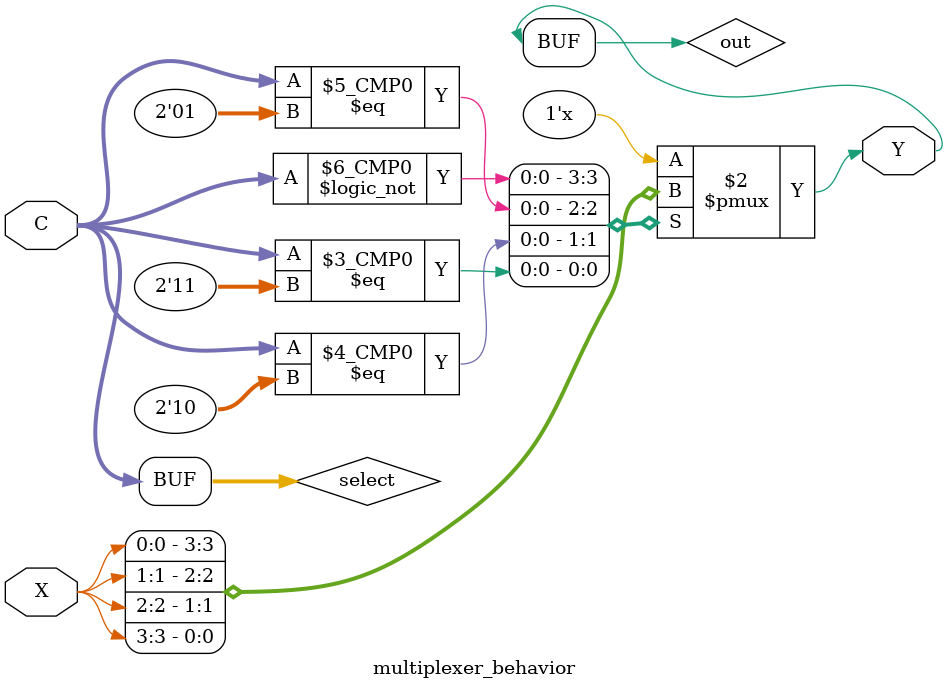
<source format=v>
`timescale 1ns / 1ps
module multiplexer_behavior(
    input [3:0] X,
    input [1:0] C,
    output Y
    );
	 
	 reg out;
	 wire [1:0] select;
	 wire [3:0] x;
	 
	 assign select = C;
	 assign Y = out;
	 
	 always@(select)
		begin
			case(select)
				0 : out = X[0];
				1 : out = X[1];
				2 : out = X[2];
				3 : out = X[3];
			endcase
		end
		

	 
endmodule

</source>
